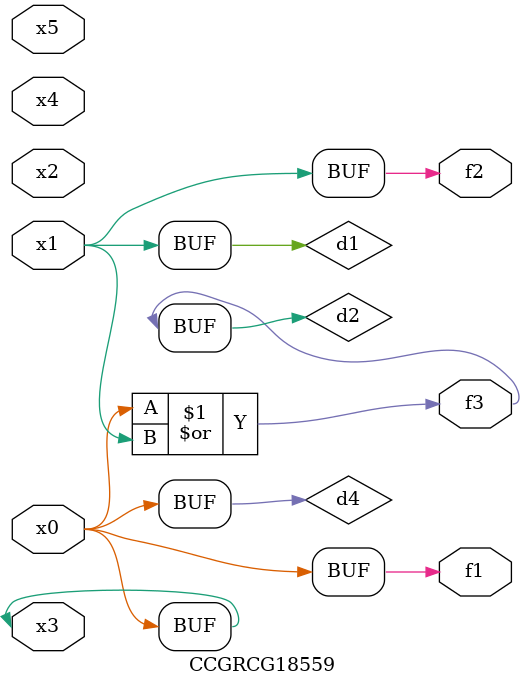
<source format=v>
module CCGRCG18559(
	input x0, x1, x2, x3, x4, x5,
	output f1, f2, f3
);

	wire d1, d2, d3, d4;

	and (d1, x1);
	or (d2, x0, x1);
	nand (d3, x0, x5);
	buf (d4, x0, x3);
	assign f1 = d4;
	assign f2 = d1;
	assign f3 = d2;
endmodule

</source>
